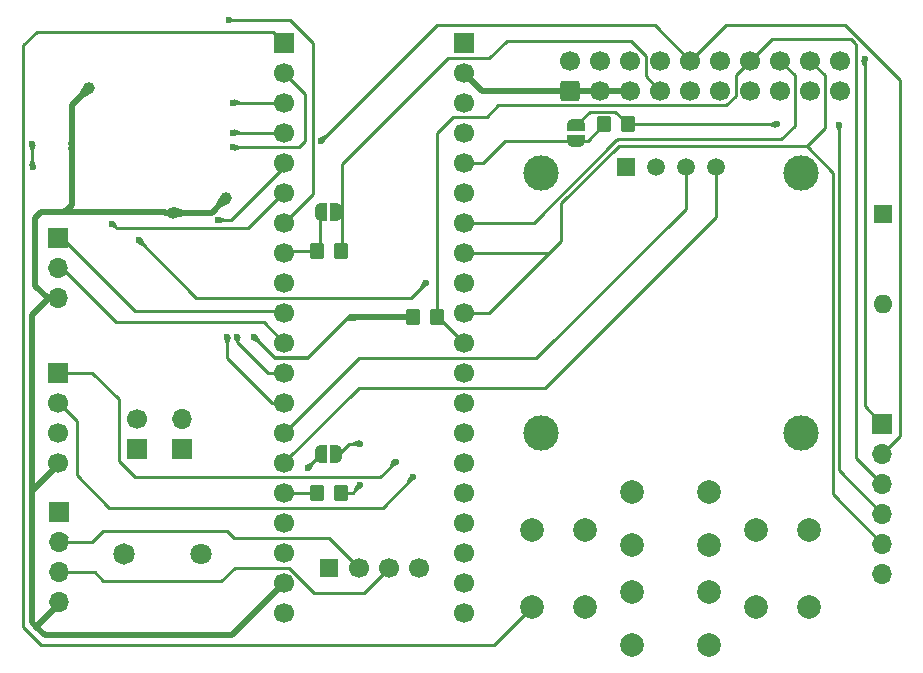
<source format=gbr>
%TF.GenerationSoftware,KiCad,Pcbnew,9.0.3*%
%TF.CreationDate,2025-08-20T09:57:48+02:00*%
%TF.ProjectId,sdiskII_stm32,73646973-6b49-4495-9f73-746d33322e6b,7*%
%TF.SameCoordinates,Original*%
%TF.FileFunction,Copper,L2,Bot*%
%TF.FilePolarity,Positive*%
%FSLAX46Y46*%
G04 Gerber Fmt 4.6, Leading zero omitted, Abs format (unit mm)*
G04 Created by KiCad (PCBNEW 9.0.3) date 2025-08-20 09:57:48*
%MOMM*%
%LPD*%
G01*
G04 APERTURE LIST*
G04 Aperture macros list*
%AMRoundRect*
0 Rectangle with rounded corners*
0 $1 Rounding radius*
0 $2 $3 $4 $5 $6 $7 $8 $9 X,Y pos of 4 corners*
0 Add a 4 corners polygon primitive as box body*
4,1,4,$2,$3,$4,$5,$6,$7,$8,$9,$2,$3,0*
0 Add four circle primitives for the rounded corners*
1,1,$1+$1,$2,$3*
1,1,$1+$1,$4,$5*
1,1,$1+$1,$6,$7*
1,1,$1+$1,$8,$9*
0 Add four rect primitives between the rounded corners*
20,1,$1+$1,$2,$3,$4,$5,0*
20,1,$1+$1,$4,$5,$6,$7,0*
20,1,$1+$1,$6,$7,$8,$9,0*
20,1,$1+$1,$8,$9,$2,$3,0*%
%AMFreePoly0*
4,1,23,0.500000,-0.750000,0.000000,-0.750000,0.000000,-0.745722,-0.065263,-0.745722,-0.191342,-0.711940,-0.304381,-0.646677,-0.396677,-0.554381,-0.461940,-0.441342,-0.495722,-0.315263,-0.495722,-0.250000,-0.500000,-0.250000,-0.500000,0.250000,-0.495722,0.250000,-0.495722,0.315263,-0.461940,0.441342,-0.396677,0.554381,-0.304381,0.646677,-0.191342,0.711940,-0.065263,0.745722,0.000000,0.745722,
0.000000,0.750000,0.500000,0.750000,0.500000,-0.750000,0.500000,-0.750000,$1*%
%AMFreePoly1*
4,1,23,0.000000,0.745722,0.065263,0.745722,0.191342,0.711940,0.304381,0.646677,0.396677,0.554381,0.461940,0.441342,0.495722,0.315263,0.495722,0.250000,0.500000,0.250000,0.500000,-0.250000,0.495722,-0.250000,0.495722,-0.315263,0.461940,-0.441342,0.396677,-0.554381,0.304381,-0.646677,0.191342,-0.711940,0.065263,-0.745722,0.000000,-0.745722,0.000000,-0.750000,-0.500000,-0.750000,
-0.500000,0.750000,0.000000,0.750000,0.000000,0.745722,0.000000,0.745722,$1*%
G04 Aperture macros list end*
%TA.AperFunction,ComponentPad*%
%ADD10RoundRect,0.250000X0.600000X-0.600000X0.600000X0.600000X-0.600000X0.600000X-0.600000X-0.600000X0*%
%TD*%
%TA.AperFunction,ComponentPad*%
%ADD11C,1.700000*%
%TD*%
%TA.AperFunction,ComponentPad*%
%ADD12R,1.600000X1.600000*%
%TD*%
%TA.AperFunction,ComponentPad*%
%ADD13O,1.600000X1.600000*%
%TD*%
%TA.AperFunction,ComponentPad*%
%ADD14R,1.700000X1.700000*%
%TD*%
%TA.AperFunction,ComponentPad*%
%ADD15O,1.700000X1.700000*%
%TD*%
%TA.AperFunction,ComponentPad*%
%ADD16C,2.000000*%
%TD*%
%TA.AperFunction,ComponentPad*%
%ADD17C,1.824000*%
%TD*%
%TA.AperFunction,ComponentPad*%
%ADD18C,1.800000*%
%TD*%
%TA.AperFunction,ComponentPad*%
%ADD19R,1.524000X1.524000*%
%TD*%
%TA.AperFunction,ComponentPad*%
%ADD20R,1.508000X1.508000*%
%TD*%
%TA.AperFunction,ComponentPad*%
%ADD21C,1.508000*%
%TD*%
%TA.AperFunction,ComponentPad*%
%ADD22C,3.000000*%
%TD*%
%TA.AperFunction,SMDPad,CuDef*%
%ADD23RoundRect,0.250000X0.350000X0.450000X-0.350000X0.450000X-0.350000X-0.450000X0.350000X-0.450000X0*%
%TD*%
%TA.AperFunction,SMDPad,CuDef*%
%ADD24FreePoly0,180.000000*%
%TD*%
%TA.AperFunction,SMDPad,CuDef*%
%ADD25FreePoly1,180.000000*%
%TD*%
%TA.AperFunction,SMDPad,CuDef*%
%ADD26FreePoly0,270.000000*%
%TD*%
%TA.AperFunction,SMDPad,CuDef*%
%ADD27FreePoly1,270.000000*%
%TD*%
%TA.AperFunction,ViaPad*%
%ADD28C,0.600000*%
%TD*%
%TA.AperFunction,ViaPad*%
%ADD29C,1.000000*%
%TD*%
%TA.AperFunction,Conductor*%
%ADD30C,0.500000*%
%TD*%
%TA.AperFunction,Conductor*%
%ADD31C,0.250000*%
%TD*%
%TA.AperFunction,Conductor*%
%ADD32C,0.300000*%
%TD*%
G04 APERTURE END LIST*
D10*
%TO.P,J2,1,Pin_1*%
%TO.N,GND*%
X178290000Y-92490000D03*
D11*
%TO.P,J2,2,Pin_2*%
%TO.N,STEP0*%
X178290000Y-89950000D03*
%TO.P,J2,3,Pin_3*%
%TO.N,GND*%
X180830000Y-92490000D03*
%TO.P,J2,4,Pin_4*%
%TO.N,STEP1*%
X180830000Y-89950000D03*
%TO.P,J2,5,Pin_5*%
%TO.N,GND*%
X183370000Y-92490000D03*
%TO.P,J2,6,Pin_6*%
%TO.N,STEP2*%
X183370000Y-89950000D03*
%TO.P,J2,7,Pin_7*%
%TO.N,3.5DSK_D*%
X185910000Y-92490000D03*
%TO.P,J2,8,Pin_8*%
%TO.N,STEP3*%
X185910000Y-89950000D03*
%TO.P,J2,9,Pin_9*%
%TO.N,unconnected-(J2-Pin_9-Pad9)*%
X188450000Y-92490000D03*
%TO.P,J2,10,Pin_10*%
%TO.N,WR_REQ*%
X188450000Y-89950000D03*
%TO.P,J2,11,Pin_11*%
%TO.N,VCC*%
X190990000Y-92490000D03*
%TO.P,J2,12,Pin_12*%
%TO.N,SELECT_D*%
X190990000Y-89950000D03*
%TO.P,J2,13,Pin_13*%
%TO.N,unconnected-(J2-Pin_13-Pad13)*%
X193530000Y-92490000D03*
%TO.P,J2,14,Pin_14*%
%TO.N,DEVICE_ENABLE*%
X193530000Y-89950000D03*
%TO.P,J2,15,Pin_15*%
%TO.N,unconnected-(J2-Pin_15-Pad15)*%
X196070000Y-92490000D03*
%TO.P,J2,16,Pin_16*%
%TO.N,RD_DATA*%
X196070000Y-89950000D03*
%TO.P,J2,17,Pin_17*%
%TO.N,unconnected-(J2-Pin_17-Pad17)*%
X198610000Y-92490000D03*
%TO.P,J2,18,Pin_18*%
%TO.N,WR_DATA*%
X198610000Y-89950000D03*
%TO.P,J2,19,Pin_19*%
%TO.N,unconnected-(J2-Pin_19-Pad19)*%
X201150000Y-92490000D03*
%TO.P,J2,20,Pin_20*%
%TO.N,WR_PROTECT_D*%
X201150000Y-89950000D03*
%TD*%
D12*
%TO.P,D1,1,K*%
%TO.N,PWR_RD*%
X204775000Y-102925000D03*
D13*
%TO.P,D1,2,A*%
%TO.N,Net-(D1-A)*%
X204775000Y-110545000D03*
%TD*%
D14*
%TO.P,J5,1,Pin_1*%
%TO.N,TIM2_CH3*%
X134880000Y-116370000D03*
D11*
%TO.P,J5,2,Pin_2*%
%TO.N,TIM3_CH4*%
X134880000Y-118910000D03*
%TO.P,J5,3,Pin_3*%
%TO.N,DEBUG*%
X134880000Y-121450000D03*
%TO.P,J5,4,Pin_4*%
%TO.N,GND*%
X134880000Y-123990000D03*
%TD*%
D14*
%TO.P,J3,1,Pin_1*%
%TO.N,RD_DATA*%
X204714746Y-120691427D03*
D15*
%TO.P,J3,2,Pin_2*%
%TO.N,WR_REQ*%
X204714746Y-123231427D03*
%TO.P,J3,3,Pin_3*%
%TO.N,DEVICE_ENABLE*%
X204714746Y-125771427D03*
%TO.P,J3,4,Pin_4*%
%TO.N,WR_PROTECT_D*%
X204714746Y-128311427D03*
%TO.P,J3,5,Pin_5*%
%TO.N,WR_DATA*%
X204714746Y-130851427D03*
%TO.P,J3,6,Pin_6*%
%TO.N,GND*%
X204714746Y-133391427D03*
%TD*%
D16*
%TO.P,UP1,1,1*%
%TO.N,+3.3V*%
X190040000Y-130950000D03*
X183540000Y-130950000D03*
%TO.P,UP1,2,2*%
%TO.N,BTN_UP*%
X190040000Y-126450000D03*
X183540000Y-126450000D03*
%TD*%
D17*
%TO.P,BZ1,1,+*%
%TO.N,TIM1_CH2N*%
X140500000Y-131750000D03*
D18*
%TO.P,BZ1,2,-*%
%TO.N,GND*%
X147000000Y-131750000D03*
%TD*%
D14*
%TO.P,J4,1,Pin_1*%
%TO.N,USART1_TX*%
X134910000Y-104975000D03*
D15*
%TO.P,J4,2,Pin_2*%
%TO.N,USART1_RX*%
X134910000Y-107515000D03*
%TO.P,J4,3,Pin_3*%
%TO.N,GND*%
X134910000Y-110055000D03*
%TD*%
D14*
%TO.P,\u03BCC1,1,B12*%
%TO.N,BTN_RET*%
X154050000Y-88440000D03*
D11*
%TO.P,\u03BCC1,2,B13*%
%TO.N,SD_EJECT*%
X154050000Y-90980000D03*
%TO.P,\u03BCC1,3,B14*%
%TO.N,TIM1_CH2N*%
X154050000Y-93520000D03*
%TO.P,\u03BCC1,4,B15*%
%TO.N,SDIO_CK*%
X154050000Y-96060000D03*
%TO.P,\u03BCC1,5,A8*%
%TO.N,SDIO_D1*%
X154050000Y-98600000D03*
%TO.P,\u03BCC1,6,A9*%
%TO.N,SDIO_D2*%
X154050000Y-101140000D03*
%TO.P,\u03BCC1,7,A10*%
%TO.N,DEBUG*%
X154050000Y-103680000D03*
%TO.P,\u03BCC1,8,A11*%
%TO.N,3.5DSK*%
X154050000Y-106220000D03*
%TO.P,\u03BCC1,9,A12*%
%TO.N,unconnected-(\u03BCC1-A12-Pad9)*%
X154050000Y-108760000D03*
%TO.P,\u03BCC1,10,A15*%
%TO.N,USART1_TX*%
X154050000Y-111300000D03*
%TO.P,\u03BCC1,11,B3*%
%TO.N,USART1_RX*%
X154050000Y-113840000D03*
%TO.P,\u03BCC1,12,B4*%
%TO.N,SDIO_DO*%
X154050000Y-116380000D03*
%TO.P,\u03BCC1,13,B5*%
%TO.N,SDIO_D3*%
X154050000Y-118920000D03*
%TO.P,\u03BCC1,14,B6*%
%TO.N,I2C_SCL*%
X154050000Y-121460000D03*
%TO.P,\u03BCC1,15,B7*%
%TO.N,I2C_SDA*%
X154050000Y-124000000D03*
%TO.P,\u03BCC1,16,B8*%
%TO.N,SELECT*%
X154050000Y-126540000D03*
%TO.P,\u03BCC1,17,B9*%
%TO.N,WR_REQ*%
X154050000Y-129080000D03*
%TO.P,\u03BCC1,18,5Vi*%
%TO.N,PWR_5VIN*%
X154050000Y-131620000D03*
%TO.P,\u03BCC1,19,GNDi*%
%TO.N,GND*%
X154050000Y-134160000D03*
%TO.P,\u03BCC1,20,3.3i*%
%TO.N,+3.3V*%
X154050000Y-136700000D03*
%TO.P,\u03BCC1,21,VB*%
%TO.N,unconnected-(\u03BCC1-VB-Pad21)*%
X169290000Y-136700000D03*
%TO.P,\u03BCC1,22,C13*%
%TO.N,BTN_DOWN*%
X169290000Y-134160000D03*
%TO.P,\u03BCC1,23,C14*%
%TO.N,BTN_UP*%
X169290000Y-131620000D03*
%TO.P,\u03BCC1,24,C15*%
%TO.N,BTN_ENTR*%
X169290000Y-129080000D03*
%TO.P,\u03BCC1,25,R*%
%TO.N,unconnected-(\u03BCC1-R-Pad25)*%
X169290000Y-126540000D03*
%TO.P,\u03BCC1,26,A0*%
%TO.N,STEP0*%
X169290000Y-124000000D03*
%TO.P,\u03BCC1,27,A1*%
%TO.N,STEP1*%
X169290000Y-121460000D03*
%TO.P,\u03BCC1,28,A2*%
%TO.N,STEP2*%
X169290000Y-118920000D03*
%TO.P,\u03BCC1,29,A3*%
%TO.N,STEP3*%
X169290000Y-116380000D03*
%TO.P,\u03BCC1,30,A4*%
%TO.N,DEVICE_ENABLE*%
X169290000Y-113840000D03*
%TO.P,\u03BCC1,31,A5*%
%TO.N,WR_DATA*%
X169290000Y-111300000D03*
%TO.P,\u03BCC1,32,A6*%
%TO.N,SDIO_CMD*%
X169290000Y-108760000D03*
%TO.P,\u03BCC1,33,A7*%
%TO.N,WR_DATA*%
X169290000Y-106220000D03*
%TO.P,\u03BCC1,34,B0*%
%TO.N,RD_DATA*%
X169290000Y-103680000D03*
%TO.P,\u03BCC1,35,B1*%
%TO.N,TIM3_CH4*%
X169290000Y-101140000D03*
%TO.P,\u03BCC1,36,B2*%
%TO.N,WR_PROTECT*%
X169290000Y-98600000D03*
%TO.P,\u03BCC1,37,B10*%
%TO.N,TIM2_CH3*%
X169290000Y-96060000D03*
%TO.P,\u03BCC1,38,3.3ii*%
%TO.N,unconnected-(\u03BCC1-3.3ii-Pad38)*%
X169290000Y-93520000D03*
%TO.P,\u03BCC1,39,GNDii*%
%TO.N,GND*%
X169290000Y-90980000D03*
D14*
%TO.P,\u03BCC1,40,5Vii*%
%TO.N,unconnected-(\u03BCC1-5Vii-Pad40)*%
X169290000Y-88440000D03*
D19*
%TO.P,\u03BCC1,41,3.3V*%
%TO.N,+3.3V*%
X157860000Y-132890000D03*
D11*
%TO.P,\u03BCC1,42,SDIO*%
%TO.N,SDIO*%
X160400000Y-132890000D03*
%TO.P,\u03BCC1,43,SCK*%
%TO.N,SCK*%
X162940000Y-132890000D03*
%TO.P,\u03BCC1,44,GND*%
%TO.N,GND*%
X165480000Y-132890000D03*
%TD*%
D14*
%TO.P,J1,1,Pin_1*%
%TO.N,PWR_5VIN*%
X145455000Y-122850000D03*
D15*
%TO.P,J1,2,Pin_2*%
%TO.N,PWR_RD*%
X145455000Y-120310000D03*
%TD*%
D16*
%TO.P,ENTR1,1,1*%
%TO.N,+3.3V*%
X198540000Y-129700000D03*
X198540000Y-136200000D03*
%TO.P,ENTR1,2,2*%
%TO.N,BTN_ENTR*%
X194040000Y-129700000D03*
X194040000Y-136200000D03*
%TD*%
D14*
%TO.P,J6,1,Pin_1*%
%TO.N,+3.3V*%
X135000000Y-128180000D03*
D15*
%TO.P,J6,2,Pin_2*%
%TO.N,SDIO*%
X135000000Y-130720000D03*
%TO.P,J6,3,Pin_3*%
%TO.N,SCK*%
X135000000Y-133260000D03*
%TO.P,J6,4,Pin_4*%
%TO.N,GND*%
X135000000Y-135800000D03*
%TD*%
D20*
%TO.P,U8,1,GND*%
%TO.N,GND*%
X182980000Y-98950000D03*
D21*
%TO.P,U8,2,VCC_IN*%
%TO.N,+3.3V*%
X185520000Y-98950000D03*
%TO.P,U8,3,SCL*%
%TO.N,I2C_SCL*%
X188060000Y-98950000D03*
%TO.P,U8,4,SDA*%
%TO.N,I2C_SDA*%
X190600000Y-98950000D03*
D22*
%TO.P,U8,S1*%
%TO.N,N/C*%
X175790000Y-99450000D03*
%TO.P,U8,S2*%
X197790000Y-99450000D03*
%TO.P,U8,S3*%
X197790000Y-121450000D03*
%TO.P,U8,S4*%
X175790000Y-121450000D03*
%TD*%
D16*
%TO.P,RET1,1,1*%
%TO.N,+3.3V*%
X179540000Y-129700000D03*
X179540000Y-136200000D03*
%TO.P,RET1,2,2*%
%TO.N,BTN_RET*%
X175040000Y-129700000D03*
X175040000Y-136200000D03*
%TD*%
D14*
%TO.P,J7,1,Pin_1*%
%TO.N,+3.3V*%
X141590000Y-122850000D03*
D11*
%TO.P,J7,2,Pin_2*%
%TO.N,Net-(J7-Pin_2)*%
X141590000Y-120310000D03*
%TD*%
D16*
%TO.P,DOWN1,1,1*%
%TO.N,+3.3V*%
X183540000Y-134950000D03*
X190040000Y-134950000D03*
%TO.P,DOWN1,2,2*%
%TO.N,BTN_DOWN*%
X183540000Y-139450000D03*
X190040000Y-139450000D03*
%TD*%
D23*
%TO.P,R5,1*%
%TO.N,DEVICE_ENABLE*%
X167000000Y-111690000D03*
%TO.P,R5,2*%
%TO.N,PWR_RD*%
X165000000Y-111690000D03*
%TD*%
%TO.P,R3,1*%
%TO.N,SELECT_D*%
X158850000Y-126550000D03*
%TO.P,R3,2*%
%TO.N,SELECT*%
X156850000Y-126550000D03*
%TD*%
%TO.P,R1,1*%
%TO.N,WR_PROTECT_D*%
X183160000Y-95360000D03*
%TO.P,R1,2*%
%TO.N,WR_PROTECT*%
X181160000Y-95360000D03*
%TD*%
D24*
%TO.P,BPR2,1,A*%
%TO.N,3.5DSK_D*%
X158480000Y-102790000D03*
D25*
%TO.P,BPR2,2,B*%
%TO.N,3.5DSK*%
X157180000Y-102790000D03*
%TD*%
D23*
%TO.P,R2,1*%
%TO.N,3.5DSK_D*%
X158840000Y-106070000D03*
%TO.P,R2,2*%
%TO.N,3.5DSK*%
X156840000Y-106070000D03*
%TD*%
D24*
%TO.P,BPR3,1,A*%
%TO.N,SELECT_D*%
X158490000Y-123300000D03*
D25*
%TO.P,BPR3,2,B*%
%TO.N,SELECT*%
X157190000Y-123300000D03*
%TD*%
D26*
%TO.P,BPR1,1,A*%
%TO.N,WR_PROTECT_D*%
X178800000Y-95430000D03*
D27*
%TO.P,BPR1,2,B*%
%TO.N,WR_PROTECT*%
X178800000Y-96730000D03*
%TD*%
D28*
%TO.N,GND*%
X136090000Y-97200000D03*
D29*
X144640000Y-102820000D03*
X137540000Y-92250000D03*
X149170000Y-101600000D03*
D28*
%TO.N,WR_REQ*%
X157190000Y-96750000D03*
%TO.N,RD_DATA*%
X203224000Y-89850000D03*
%TO.N,SDIO_DO*%
X150110000Y-113320000D03*
%TO.N,SD_EJECT*%
X149760000Y-97285000D03*
%TO.N,SDIO_CK*%
X149760000Y-96060000D03*
%TO.N,SDIO_D1*%
X148454766Y-103445000D03*
%TO.N,SDIO_CMD*%
X141740000Y-105170000D03*
X166040000Y-108760000D03*
%TO.N,SDIO_D2*%
X139500000Y-103750000D03*
%TO.N,SDIO_D3*%
X149260060Y-113330365D03*
%TO.N,DEBUG*%
X132769798Y-98934798D03*
X149390000Y-86500000D03*
X132742702Y-97052702D03*
%TO.N,TIM3_CH4*%
X164940000Y-125250000D03*
%TO.N,SELECT*%
X156090000Y-124430000D03*
%TO.N,TIM1_CH2N*%
X149760000Y-93520000D03*
%TO.N,TIM2_CH3*%
X163490000Y-123900000D03*
%TO.N,PWR_RD*%
X151500000Y-113320000D03*
X159825000Y-111680000D03*
%TO.N,SELECT_D*%
X160500000Y-122380000D03*
X160500000Y-125925000D03*
%TO.N,WR_PROTECT_D*%
X201041000Y-95370000D03*
X195790000Y-95360000D03*
%TD*%
D30*
%TO.N,GND*%
X132715000Y-111475000D02*
X134135000Y-110055000D01*
X132990000Y-103300000D02*
X132990000Y-109000000D01*
X136090000Y-93700000D02*
X137540000Y-92250000D01*
X178290000Y-92490000D02*
X180830000Y-92490000D01*
X134045000Y-110055000D02*
X135240000Y-110055000D01*
X170800000Y-92490000D02*
X169290000Y-90980000D01*
X144640000Y-102820000D02*
X144670000Y-102850000D01*
X135440000Y-102800000D02*
X133490000Y-102800000D01*
X133090000Y-137900000D02*
X132715000Y-137525000D01*
X136090000Y-97200000D02*
X136090000Y-102150000D01*
X143940000Y-102800000D02*
X135440000Y-102800000D01*
X136090000Y-97200000D02*
X136090000Y-93700000D01*
X154050000Y-134160000D02*
X149610000Y-138600000D01*
X132715000Y-126750000D02*
X132715000Y-111475000D01*
X144640000Y-102820000D02*
X143960000Y-102820000D01*
X132990000Y-109000000D02*
X134045000Y-110055000D01*
X144670000Y-102850000D02*
X147920000Y-102850000D01*
X178290000Y-92490000D02*
X170800000Y-92490000D01*
X132715000Y-126405000D02*
X132715000Y-126750000D01*
X133090000Y-137900000D02*
X135190000Y-135800000D01*
X180830000Y-92490000D02*
X183370000Y-92490000D01*
X132715000Y-137525000D02*
X132715000Y-126750000D01*
X134135000Y-110055000D02*
X135240000Y-110055000D01*
X133490000Y-102800000D02*
X132990000Y-103300000D01*
X136090000Y-102150000D02*
X135440000Y-102800000D01*
X143960000Y-102820000D02*
X143940000Y-102800000D01*
X135000000Y-124120000D02*
X132715000Y-126405000D01*
X149610000Y-138600000D02*
X133790000Y-138600000D01*
X133790000Y-138600000D02*
X133090000Y-137900000D01*
X147920000Y-102850000D02*
X149170000Y-101600000D01*
D31*
%TO.N,3.5DSK*%
X157100000Y-103120000D02*
X157100000Y-105810000D01*
X156670000Y-106090000D02*
X154180000Y-106090000D01*
X157100000Y-105810000D02*
X156840000Y-106070000D01*
X154180000Y-106090000D02*
X154050000Y-106220000D01*
X157450000Y-102770000D02*
X157100000Y-103120000D01*
%TO.N,WR_REQ*%
X201547106Y-86950000D02*
X206175000Y-91577894D01*
X191450000Y-86950000D02*
X201547106Y-86950000D01*
X188450000Y-89950000D02*
X191450000Y-86950000D01*
X206175000Y-91577894D02*
X206175000Y-121771173D01*
X166990000Y-86950000D02*
X185450000Y-86950000D01*
X185450000Y-86950000D02*
X188450000Y-89950000D01*
X206175000Y-121771173D02*
X204714746Y-123231427D01*
X157190000Y-96750000D02*
X166990000Y-86950000D01*
%TO.N,WR_PROTECT*%
X170920000Y-98600000D02*
X172790000Y-96730000D01*
X170920000Y-98600000D02*
X169290000Y-98600000D01*
X172790000Y-96730000D02*
X178800000Y-96730000D01*
X179790000Y-96730000D02*
X181160000Y-95360000D01*
X178800000Y-96730000D02*
X179790000Y-96730000D01*
%TO.N,BTN_RET*%
X131990000Y-137950000D02*
X133440000Y-139400000D01*
X171840000Y-139400000D02*
X175040000Y-136200000D01*
X133440000Y-139400000D02*
X171840000Y-139400000D01*
X153110000Y-87500000D02*
X133100000Y-87500000D01*
X133100000Y-87500000D02*
X131990000Y-88610000D01*
X131990000Y-88610000D02*
X131990000Y-137950000D01*
X154050000Y-88440000D02*
X153110000Y-87500000D01*
%TO.N,WR_DATA*%
X199835000Y-91175000D02*
X198610000Y-89950000D01*
X198300000Y-97200000D02*
X199835000Y-95665000D01*
X176520000Y-106220000D02*
X171440000Y-111300000D01*
X200540000Y-126676681D02*
X204714746Y-130851427D01*
X170040000Y-106200000D02*
X169514000Y-106726000D01*
X171440000Y-111300000D02*
X169290000Y-111300000D01*
X176520000Y-106220000D02*
X177540000Y-105200000D01*
X200540000Y-99440000D02*
X200540000Y-126676681D01*
X177540000Y-102050000D02*
X182390000Y-97200000D01*
X177540000Y-105200000D02*
X177540000Y-102050000D01*
X199835000Y-95665000D02*
X199835000Y-91175000D01*
X182390000Y-97200000D02*
X198300000Y-97200000D01*
X169985592Y-106200000D02*
X169647796Y-105862204D01*
X170040000Y-106200000D02*
X169985592Y-106200000D01*
X176520000Y-106220000D02*
X169290000Y-106220000D01*
X198300000Y-97200000D02*
X200540000Y-99440000D01*
%TO.N,RD_DATA*%
X182182479Y-96699000D02*
X175201479Y-103680000D01*
X197295000Y-95485000D02*
X196150000Y-96630000D01*
X196070000Y-89950000D02*
X197295000Y-91175000D01*
X203224000Y-119200681D02*
X204714746Y-120691427D01*
X182300000Y-96630000D02*
X182231000Y-96699000D01*
X203224000Y-89850000D02*
X203224000Y-119200681D01*
X197295000Y-91175000D02*
X197295000Y-95485000D01*
X175201479Y-103680000D02*
X169290000Y-103680000D01*
X168594408Y-103700000D02*
X168932204Y-104037796D01*
X182231000Y-96699000D02*
X182182479Y-96699000D01*
X196150000Y-96630000D02*
X182300000Y-96630000D01*
%TO.N,SDIO_DO*%
X150110000Y-113810000D02*
X152680000Y-116380000D01*
X150110000Y-113320000D02*
X150110000Y-113810000D01*
X152680000Y-116380000D02*
X154050000Y-116380000D01*
%TO.N,SD_EJECT*%
X155840000Y-92770000D02*
X154050000Y-90980000D01*
X155305000Y-97285000D02*
X155840000Y-96750000D01*
X155840000Y-96750000D02*
X155840000Y-92770000D01*
X149600000Y-97285000D02*
X155305000Y-97285000D01*
%TO.N,SDIO_CK*%
X149650000Y-96060000D02*
X154050000Y-96060000D01*
%TO.N,I2C_SDA*%
X190600000Y-98950000D02*
X190600000Y-103190000D01*
X160370000Y-117650000D02*
X154050000Y-123970000D01*
X154050000Y-123970000D02*
X154050000Y-124000000D01*
X176140000Y-117650000D02*
X160370000Y-117650000D01*
X190600000Y-103190000D02*
X176140000Y-117650000D01*
%TO.N,USART1_RX*%
X139855000Y-112130000D02*
X152340000Y-112130000D01*
X135240000Y-107515000D02*
X139855000Y-112130000D01*
X152340000Y-112130000D02*
X154050000Y-113840000D01*
X134910000Y-107515000D02*
X135240000Y-107515000D01*
%TO.N,I2C_SCL*%
X188060000Y-102480000D02*
X175415000Y-115125000D01*
X160385000Y-115125000D02*
X154050000Y-121460000D01*
X175415000Y-115125000D02*
X160385000Y-115125000D01*
X188060000Y-98950000D02*
X188060000Y-102480000D01*
%TO.N,USART1_TX*%
X141405000Y-111140000D02*
X153890000Y-111140000D01*
X134910000Y-104975000D02*
X135240000Y-104975000D01*
X135240000Y-104975000D02*
X141405000Y-111140000D01*
X153890000Y-111140000D02*
X154050000Y-111300000D01*
%TO.N,SDIO_D1*%
X149580000Y-103460000D02*
X154050000Y-98990000D01*
X148469766Y-103460000D02*
X149580000Y-103460000D01*
X148454766Y-103445000D02*
X148469766Y-103460000D01*
%TO.N,SDIO_CMD*%
X141740000Y-105170000D02*
X146595000Y-110025000D01*
X164775000Y-110025000D02*
X166040000Y-108760000D01*
X146595000Y-110025000D02*
X164775000Y-110025000D01*
%TO.N,SDIO_D2*%
X151020000Y-104120000D02*
X154000000Y-101140000D01*
X154000000Y-101140000D02*
X154050000Y-101140000D01*
X139870000Y-104120000D02*
X151020000Y-104120000D01*
X139500000Y-103750000D02*
X139870000Y-104120000D01*
%TO.N,SDIO_D3*%
X149260060Y-113330365D02*
X149260000Y-113330425D01*
X149260000Y-115120000D02*
X153060000Y-118920000D01*
X153060000Y-118920000D02*
X154050000Y-118920000D01*
X149260000Y-113330425D02*
X149260000Y-115120000D01*
%TO.N,DEBUG*%
X154050000Y-103680000D02*
X156515000Y-101215000D01*
X132742702Y-97052702D02*
X132750000Y-97060000D01*
X132750000Y-97060000D02*
X132750000Y-98915000D01*
X132750000Y-98915000D02*
X132769798Y-98934798D01*
X156515000Y-101215000D02*
X156515000Y-88488883D01*
X154526117Y-86500000D02*
X149390000Y-86500000D01*
X156515000Y-88488883D02*
X154526117Y-86500000D01*
%TO.N,TIM3_CH4*%
X136510000Y-125070000D02*
X136510000Y-120480000D01*
X136510000Y-120480000D02*
X135240000Y-119210000D01*
X139240000Y-127800000D02*
X136510000Y-125070000D01*
X162390000Y-127800000D02*
X139240000Y-127800000D01*
X164940000Y-125250000D02*
X162390000Y-127800000D01*
%TO.N,SELECT*%
X156850000Y-126550000D02*
X154060000Y-126550000D01*
X156090000Y-124430000D02*
X156090000Y-124400000D01*
X156090000Y-124400000D02*
X157190000Y-123300000D01*
X154060000Y-126550000D02*
X154050000Y-126540000D01*
X156090000Y-124430000D02*
X156235000Y-124430000D01*
%TO.N,DEVICE_ENABLE*%
X202040000Y-88150000D02*
X202380000Y-88490000D01*
X195330000Y-88150000D02*
X202040000Y-88150000D01*
X171200000Y-94750000D02*
X168340000Y-94750000D01*
X202040000Y-88150000D02*
X202520000Y-88630000D01*
X202520000Y-88630000D02*
X202520000Y-123576681D01*
X202520000Y-123576681D02*
X204714746Y-125771427D01*
X167020000Y-96070000D02*
X167020000Y-111570000D01*
X191490000Y-93750000D02*
X172200000Y-93750000D01*
X192290000Y-92950000D02*
X191490000Y-93750000D01*
X193530000Y-89950000D02*
X192290000Y-91190000D01*
X168340000Y-94750000D02*
X167020000Y-96070000D01*
X192290000Y-91190000D02*
X192290000Y-92950000D01*
X167020000Y-111570000D02*
X169290000Y-113840000D01*
X193530000Y-89950000D02*
X195330000Y-88150000D01*
X172200000Y-93750000D02*
X171200000Y-94750000D01*
%TO.N,TIM1_CH2N*%
X154050000Y-93520000D02*
X149760000Y-93520000D01*
%TO.N,TIM2_CH3*%
X135540000Y-116370000D02*
X135240000Y-116670000D01*
X163490000Y-123900000D02*
X162140000Y-125250000D01*
X140075000Y-123875000D02*
X140075000Y-118645000D01*
X140075000Y-118645000D02*
X137800000Y-116370000D01*
X162140000Y-125250000D02*
X141450000Y-125250000D01*
X141450000Y-125250000D02*
X140075000Y-123875000D01*
X137800000Y-116370000D02*
X135540000Y-116370000D01*
%TO.N,SCK*%
X138750000Y-134000000D02*
X138010000Y-133260000D01*
X135515000Y-132935000D02*
X135190000Y-133260000D01*
X156622412Y-135000000D02*
X154497412Y-132875000D01*
X162940000Y-132890000D02*
X160830000Y-135000000D01*
X160830000Y-135000000D02*
X156622412Y-135000000D01*
X149875000Y-132875000D02*
X148750000Y-134000000D01*
X138010000Y-133260000D02*
X135240000Y-133260000D01*
X154497412Y-132875000D02*
X149875000Y-132875000D01*
X148750000Y-134000000D02*
X138750000Y-134000000D01*
%TO.N,SDIO*%
X138750000Y-129750000D02*
X137780000Y-130720000D01*
X149250000Y-129750000D02*
X138750000Y-129750000D01*
X160400000Y-132890000D02*
X157860000Y-130350000D01*
X135240000Y-130720000D02*
X135655000Y-130305000D01*
X149850000Y-130350000D02*
X149250000Y-129750000D01*
X157860000Y-130350000D02*
X149850000Y-130350000D01*
X135605000Y-130305000D02*
X135190000Y-130720000D01*
X137780000Y-130720000D02*
X135240000Y-130720000D01*
D30*
%TO.N,PWR_RD*%
X164990000Y-111680000D02*
X165000000Y-111690000D01*
D32*
X151500000Y-113320000D02*
X153290000Y-115110000D01*
X159540000Y-111680000D02*
X159825000Y-111680000D01*
X159210000Y-112010000D02*
X159540000Y-111680000D01*
X159200000Y-112010000D02*
X159210000Y-112010000D01*
X153290000Y-115110000D02*
X156100000Y-115110000D01*
X156100000Y-115110000D02*
X159200000Y-112010000D01*
D30*
X159825000Y-111680000D02*
X164990000Y-111680000D01*
D31*
%TO.N,SELECT_D*%
X158490000Y-123300000D02*
X158670000Y-123300000D01*
X158490000Y-123330000D02*
X158490000Y-123300000D01*
X159590000Y-122380000D02*
X160500000Y-122380000D01*
X158490000Y-123330000D02*
X158480000Y-123340000D01*
X158670000Y-123300000D02*
X159590000Y-122380000D01*
X159875000Y-126550000D02*
X158850000Y-126550000D01*
X160500000Y-125925000D02*
X159875000Y-126550000D01*
%TO.N,3.5DSK_D*%
X172900000Y-88300000D02*
X171446000Y-89754000D01*
X184685000Y-91265000D02*
X184685000Y-89532588D01*
X184685000Y-89532588D02*
X183452412Y-88300000D01*
X158540000Y-102850000D02*
X158540000Y-102870000D01*
X183452412Y-88300000D02*
X172900000Y-88300000D01*
X185910000Y-92490000D02*
X184685000Y-91265000D01*
X158550000Y-102720000D02*
X158950000Y-102720000D01*
X158950000Y-98750000D02*
X158950000Y-102720000D01*
X158950000Y-102720000D02*
X158950000Y-105810000D01*
X158950000Y-105810000D02*
X158670000Y-106090000D01*
X167946000Y-89754000D02*
X158950000Y-98750000D01*
X171446000Y-89754000D02*
X167946000Y-89754000D01*
X158480000Y-102790000D02*
X158550000Y-102720000D01*
%TO.N,WR_PROTECT_D*%
X183160000Y-95360000D02*
X182084000Y-94284000D01*
X201041000Y-124637681D02*
X204714746Y-128311427D01*
X179946000Y-94284000D02*
X178800000Y-95430000D01*
X201041000Y-95370000D02*
X201041000Y-124637681D01*
X182084000Y-94284000D02*
X179946000Y-94284000D01*
X195790000Y-95360000D02*
X183160000Y-95360000D01*
%TD*%
%TA.AperFunction,Conductor*%
%TO.N,GND*%
G36*
X137134014Y-91978730D02*
G01*
X137134657Y-91979129D01*
X137538749Y-92247990D01*
X137542009Y-92251250D01*
X137810870Y-92655342D01*
X137812600Y-92664128D01*
X137807610Y-92671564D01*
X137806967Y-92671963D01*
X137024234Y-93122616D01*
X137015354Y-93123774D01*
X137010123Y-93120749D01*
X136669250Y-92779876D01*
X136665823Y-92771603D01*
X136667382Y-92765768D01*
X137118038Y-91983030D01*
X137125134Y-91977572D01*
X137134014Y-91978730D01*
G37*
%TD.AperFunction*%
%TD*%
%TA.AperFunction,Conductor*%
%TO.N,GND*%
G36*
X136374039Y-97256464D02*
G01*
X136381468Y-97261464D01*
X136383379Y-97268895D01*
X136340887Y-97783499D01*
X136336791Y-97791462D01*
X136329227Y-97794236D01*
X135850773Y-97794236D01*
X135842500Y-97790809D01*
X135839113Y-97783499D01*
X135796620Y-97268895D01*
X135799354Y-97260368D01*
X135805959Y-97256464D01*
X136087682Y-97199469D01*
X136092318Y-97199469D01*
X136374039Y-97256464D01*
G37*
%TD.AperFunction*%
%TD*%
%TA.AperFunction,Conductor*%
%TO.N,GND*%
G36*
X136337500Y-96609191D02*
G01*
X136340887Y-96616501D01*
X136383379Y-97131104D01*
X136380645Y-97139631D01*
X136374039Y-97143535D01*
X136092320Y-97200530D01*
X136087680Y-97200530D01*
X135805960Y-97143535D01*
X135798531Y-97138535D01*
X135796620Y-97131104D01*
X135839113Y-96616501D01*
X135843209Y-96608538D01*
X135850773Y-96605764D01*
X136329227Y-96605764D01*
X136337500Y-96609191D01*
G37*
%TD.AperFunction*%
%TD*%
%TA.AperFunction,Conductor*%
%TO.N,GND*%
G36*
X144368697Y-102414161D02*
G01*
X144369692Y-102415446D01*
X144636350Y-102814192D01*
X144638100Y-102822974D01*
X144636339Y-102827215D01*
X144367638Y-103227652D01*
X144360183Y-103232613D01*
X144353280Y-103231872D01*
X144108681Y-103126126D01*
X143779030Y-102983609D01*
X143772797Y-102977182D01*
X143772935Y-102968228D01*
X143775398Y-102964601D01*
X144116550Y-102623449D01*
X144116999Y-102623024D01*
X144352178Y-102413218D01*
X144360632Y-102410269D01*
X144368697Y-102414161D01*
G37*
%TD.AperFunction*%
%TD*%
%TA.AperFunction,Conductor*%
%TO.N,GND*%
G36*
X144749864Y-102333337D02*
G01*
X145622085Y-102597484D01*
X145629009Y-102603161D01*
X145630393Y-102608681D01*
X145630393Y-103090736D01*
X145626966Y-103099009D01*
X145621377Y-103102124D01*
X144749317Y-103307618D01*
X144740478Y-103306180D01*
X144735245Y-103298914D01*
X144735162Y-103298535D01*
X144639463Y-102822305D01*
X144639463Y-102817695D01*
X144735008Y-102342229D01*
X144739997Y-102334796D01*
X144748783Y-102333066D01*
X144749864Y-102333337D01*
G37*
%TD.AperFunction*%
%TD*%
%TA.AperFunction,Conductor*%
%TO.N,GND*%
G36*
X148764014Y-101328730D02*
G01*
X148764657Y-101329129D01*
X149168749Y-101597990D01*
X149172009Y-101601250D01*
X149440870Y-102005342D01*
X149442600Y-102014128D01*
X149437610Y-102021564D01*
X149436967Y-102021963D01*
X148654234Y-102472616D01*
X148645354Y-102473774D01*
X148640123Y-102470749D01*
X148299250Y-102129876D01*
X148295823Y-102121603D01*
X148297382Y-102115768D01*
X148748038Y-101333030D01*
X148755134Y-101327572D01*
X148764014Y-101328730D01*
G37*
%TD.AperFunction*%
%TD*%
%TA.AperFunction,Conductor*%
%TO.N,WR_REQ*%
G36*
X157527861Y-96247486D02*
G01*
X157692513Y-96412138D01*
X157695940Y-96420411D01*
X157694621Y-96425808D01*
X157445444Y-96905123D01*
X157438587Y-96910883D01*
X157429666Y-96910107D01*
X157428595Y-96909475D01*
X157191265Y-96752015D01*
X157187984Y-96748734D01*
X157030524Y-96511404D01*
X157028805Y-96502616D01*
X157033805Y-96495187D01*
X157034859Y-96494564D01*
X157514193Y-96245377D01*
X157523112Y-96244602D01*
X157527861Y-96247486D01*
G37*
%TD.AperFunction*%
%TD*%
%TA.AperFunction,Conductor*%
%TO.N,RD_DATA*%
G36*
X203505479Y-89905946D02*
G01*
X203512907Y-89910945D01*
X203514626Y-89919733D01*
X203514315Y-89920937D01*
X203351583Y-90436060D01*
X203345823Y-90442917D01*
X203340426Y-90444236D01*
X203107574Y-90444236D01*
X203099301Y-90440809D01*
X203096417Y-90436060D01*
X202933684Y-89920937D01*
X202934460Y-89912016D01*
X202941317Y-89906256D01*
X202942500Y-89905950D01*
X203221682Y-89849469D01*
X203226318Y-89849469D01*
X203505479Y-89905946D01*
G37*
%TD.AperFunction*%
%TD*%
%TA.AperFunction,Conductor*%
%TO.N,SDIO_DO*%
G36*
X150391444Y-113375958D02*
G01*
X150398879Y-113380946D01*
X150400610Y-113389732D01*
X150400292Y-113390964D01*
X150272956Y-113792598D01*
X150270076Y-113797335D01*
X150106957Y-113960454D01*
X150098684Y-113963881D01*
X150090411Y-113960454D01*
X150088151Y-113957275D01*
X150010801Y-113797335D01*
X149864977Y-113495806D01*
X149864460Y-113486866D01*
X149868976Y-113481006D01*
X150105243Y-113322017D01*
X150114019Y-113320242D01*
X150391444Y-113375958D01*
G37*
%TD.AperFunction*%
%TD*%
%TA.AperFunction,Conductor*%
%TO.N,SD_EJECT*%
G36*
X149830929Y-96994681D02*
G01*
X150346060Y-97157417D01*
X150352917Y-97163177D01*
X150354236Y-97168574D01*
X150354236Y-97401425D01*
X150350809Y-97409698D01*
X150346060Y-97412582D01*
X149830937Y-97575315D01*
X149822016Y-97574539D01*
X149816256Y-97567682D01*
X149815949Y-97566494D01*
X149759469Y-97287318D01*
X149759469Y-97282680D01*
X149782554Y-97168574D01*
X149815946Y-97003518D01*
X149820945Y-96996092D01*
X149829733Y-96994373D01*
X149830929Y-96994681D01*
G37*
%TD.AperFunction*%
%TD*%
%TA.AperFunction,Conductor*%
%TO.N,SDIO_CK*%
G36*
X149830929Y-95769681D02*
G01*
X150346060Y-95932417D01*
X150352917Y-95938177D01*
X150354236Y-95943574D01*
X150354236Y-96176425D01*
X150350809Y-96184698D01*
X150346060Y-96187582D01*
X149830937Y-96350315D01*
X149822016Y-96349539D01*
X149816256Y-96342682D01*
X149815949Y-96341494D01*
X149759469Y-96062318D01*
X149759469Y-96057680D01*
X149782554Y-95943574D01*
X149815946Y-95778518D01*
X149820945Y-95771092D01*
X149829733Y-95769373D01*
X149830929Y-95769681D01*
G37*
%TD.AperFunction*%
%TD*%
%TA.AperFunction,Conductor*%
%TO.N,SDIO_D1*%
G36*
X148525918Y-103155106D02*
G01*
X148595406Y-103179003D01*
X149041108Y-103332285D01*
X149047816Y-103338215D01*
X149049002Y-103343348D01*
X149049002Y-103576193D01*
X149045575Y-103584466D01*
X149040539Y-103587436D01*
X148525482Y-103735726D01*
X148516584Y-103734722D01*
X148511002Y-103727720D01*
X148510780Y-103726818D01*
X148454235Y-103447318D01*
X148454235Y-103442680D01*
X148474331Y-103343348D01*
X148510645Y-103163848D01*
X148515645Y-103156421D01*
X148524433Y-103154702D01*
X148525918Y-103155106D01*
G37*
%TD.AperFunction*%
%TD*%
%TA.AperFunction,Conductor*%
%TO.N,SDIO_CMD*%
G36*
X141994812Y-105013805D02*
G01*
X141995444Y-105014876D01*
X142244621Y-105494191D01*
X142245397Y-105503112D01*
X142242513Y-105507861D01*
X142077861Y-105672513D01*
X142069588Y-105675940D01*
X142064191Y-105674621D01*
X141584876Y-105425444D01*
X141579116Y-105418587D01*
X141579892Y-105409666D01*
X141580516Y-105408607D01*
X141737985Y-105171263D01*
X141741263Y-105167985D01*
X141978596Y-105010523D01*
X141987383Y-105008805D01*
X141994812Y-105013805D01*
G37*
%TD.AperFunction*%
%TD*%
%TA.AperFunction,Conductor*%
%TO.N,SDIO_CMD*%
G36*
X165800333Y-108599892D02*
G01*
X165801400Y-108600521D01*
X166027419Y-108750477D01*
X166038734Y-108757984D01*
X166042015Y-108761265D01*
X166199475Y-108998595D01*
X166201194Y-109007383D01*
X166196194Y-109014812D01*
X166195123Y-109015444D01*
X165715808Y-109264621D01*
X165706887Y-109265397D01*
X165702138Y-109262513D01*
X165537486Y-109097861D01*
X165534059Y-109089588D01*
X165535377Y-109084194D01*
X165784557Y-108604874D01*
X165791412Y-108599116D01*
X165800333Y-108599892D01*
G37*
%TD.AperFunction*%
%TD*%
%TA.AperFunction,Conductor*%
%TO.N,SDIO_D2*%
G36*
X139754320Y-103594135D02*
G01*
X139755188Y-103595681D01*
X139939885Y-103992652D01*
X139940977Y-103997588D01*
X139940977Y-104227687D01*
X139937550Y-104235960D01*
X139929277Y-104239387D01*
X139924914Y-104238543D01*
X139450449Y-104047843D01*
X139444050Y-104041578D01*
X139443329Y-104034742D01*
X139498063Y-103754790D01*
X139503013Y-103747329D01*
X139738099Y-103590876D01*
X139746884Y-103589146D01*
X139754320Y-103594135D01*
G37*
%TD.AperFunction*%
%TD*%
%TA.AperFunction,Conductor*%
%TO.N,SDIO_D3*%
G36*
X149541538Y-113386311D02*
G01*
X149548966Y-113391310D01*
X149550685Y-113400098D01*
X149550373Y-113401304D01*
X149387583Y-113916427D01*
X149381823Y-113923283D01*
X149376427Y-113924601D01*
X149143575Y-113924601D01*
X149135302Y-113921174D01*
X149132418Y-113916424D01*
X148969743Y-113401302D01*
X148970520Y-113392381D01*
X148977377Y-113386622D01*
X148978574Y-113386312D01*
X149257742Y-113329834D01*
X149262378Y-113329834D01*
X149541538Y-113386311D01*
G37*
%TD.AperFunction*%
%TD*%
%TA.AperFunction,Conductor*%
%TO.N,DEBUG*%
G36*
X132874995Y-98343989D02*
G01*
X132877755Y-98348369D01*
X133059555Y-98863578D01*
X133059077Y-98872520D01*
X133052415Y-98878504D01*
X133050842Y-98878939D01*
X132772118Y-98935328D01*
X132767478Y-98935328D01*
X132487892Y-98878765D01*
X132480463Y-98873765D01*
X132478744Y-98864977D01*
X132478942Y-98864153D01*
X132479103Y-98863578D01*
X132622613Y-98349117D01*
X132628137Y-98342070D01*
X132633883Y-98340562D01*
X132866722Y-98340562D01*
X132874995Y-98343989D01*
G37*
%TD.AperFunction*%
%TD*%
%TA.AperFunction,Conductor*%
%TO.N,DEBUG*%
G36*
X133024339Y-97108680D02*
G01*
X133031768Y-97113680D01*
X133033487Y-97122468D01*
X133033218Y-97123533D01*
X132877514Y-97638623D01*
X132871840Y-97645551D01*
X132866315Y-97646938D01*
X132633463Y-97646938D01*
X132625190Y-97643511D01*
X132622351Y-97638900D01*
X132452590Y-97123745D01*
X132453255Y-97114815D01*
X132460040Y-97108971D01*
X132461366Y-97108619D01*
X132740384Y-97052171D01*
X132745020Y-97052171D01*
X133024339Y-97108680D01*
G37*
%TD.AperFunction*%
%TD*%
%TA.AperFunction,Conductor*%
%TO.N,TIM3_CH4*%
G36*
X164700333Y-125089892D02*
G01*
X164701400Y-125090521D01*
X164927419Y-125240477D01*
X164938734Y-125247984D01*
X164942015Y-125251265D01*
X165099475Y-125488595D01*
X165101194Y-125497383D01*
X165096194Y-125504812D01*
X165095123Y-125505444D01*
X164615808Y-125754621D01*
X164606887Y-125755397D01*
X164602138Y-125752513D01*
X164437486Y-125587861D01*
X164434059Y-125579588D01*
X164435377Y-125574194D01*
X164684557Y-125094874D01*
X164691412Y-125089116D01*
X164700333Y-125089892D01*
G37*
%TD.AperFunction*%
%TD*%
%TA.AperFunction,Conductor*%
%TO.N,SELECT*%
G36*
X156413096Y-123912721D02*
G01*
X156577737Y-124077362D01*
X156581164Y-124085635D01*
X156580030Y-124090659D01*
X156345233Y-124584487D01*
X156338586Y-124590487D01*
X156329643Y-124590029D01*
X156328199Y-124589212D01*
X156091265Y-124432015D01*
X156087984Y-124428734D01*
X155930266Y-124191015D01*
X155928547Y-124182227D01*
X155933547Y-124174798D01*
X155934222Y-124174382D01*
X156399053Y-123910815D01*
X156407939Y-123909717D01*
X156413096Y-123912721D01*
G37*
%TD.AperFunction*%
%TD*%
%TA.AperFunction,Conductor*%
%TO.N,TIM1_CH2N*%
G36*
X149830929Y-93229681D02*
G01*
X150346060Y-93392417D01*
X150352917Y-93398177D01*
X150354236Y-93403574D01*
X150354236Y-93636425D01*
X150350809Y-93644698D01*
X150346060Y-93647582D01*
X149830937Y-93810315D01*
X149822016Y-93809539D01*
X149816256Y-93802682D01*
X149815949Y-93801494D01*
X149759469Y-93522318D01*
X149759469Y-93517680D01*
X149782554Y-93403574D01*
X149815946Y-93238518D01*
X149820945Y-93231092D01*
X149829733Y-93229373D01*
X149830929Y-93229681D01*
G37*
%TD.AperFunction*%
%TD*%
%TA.AperFunction,Conductor*%
%TO.N,TIM2_CH3*%
G36*
X163250333Y-123739892D02*
G01*
X163251400Y-123740521D01*
X163477419Y-123890477D01*
X163488734Y-123897984D01*
X163492015Y-123901265D01*
X163649475Y-124138595D01*
X163651194Y-124147383D01*
X163646194Y-124154812D01*
X163645123Y-124155444D01*
X163165808Y-124404621D01*
X163156887Y-124405397D01*
X163152138Y-124402513D01*
X162987486Y-124237861D01*
X162984059Y-124229588D01*
X162985377Y-124224194D01*
X163234557Y-123744874D01*
X163241412Y-123739116D01*
X163250333Y-123739892D01*
G37*
%TD.AperFunction*%
%TD*%
%TA.AperFunction,Conductor*%
%TO.N,PWR_RD*%
G36*
X151755269Y-113163502D02*
G01*
X151755660Y-113164132D01*
X152021780Y-113626351D01*
X152022938Y-113635231D01*
X152019913Y-113640462D01*
X151820462Y-113839913D01*
X151812189Y-113843340D01*
X151806351Y-113841780D01*
X151344132Y-113575660D01*
X151338672Y-113568562D01*
X151339830Y-113559682D01*
X151340210Y-113559068D01*
X151497985Y-113321263D01*
X151501263Y-113317985D01*
X151739053Y-113160220D01*
X151747840Y-113158502D01*
X151755269Y-113163502D01*
G37*
%TD.AperFunction*%
%TD*%
%TA.AperFunction,Conductor*%
%TO.N,PWR_RD*%
G36*
X159664849Y-111440341D02*
G01*
X159665501Y-111441218D01*
X159824387Y-111677332D01*
X159826161Y-111681613D01*
X159880985Y-111961269D01*
X159879214Y-111970047D01*
X159871755Y-111975001D01*
X159870348Y-111975189D01*
X159430032Y-112007047D01*
X159421533Y-112004227D01*
X159420915Y-112003651D01*
X159221707Y-111804443D01*
X159218280Y-111796170D01*
X159221707Y-111787897D01*
X159222565Y-111787119D01*
X159648386Y-111438694D01*
X159656958Y-111436108D01*
X159664849Y-111440341D01*
G37*
%TD.AperFunction*%
%TD*%
%TA.AperFunction,Conductor*%
%TO.N,PWR_RD*%
G36*
X160408499Y-111429113D02*
G01*
X160416462Y-111433209D01*
X160419236Y-111440773D01*
X160419236Y-111919226D01*
X160415809Y-111927499D01*
X160408499Y-111930886D01*
X159893895Y-111973379D01*
X159885368Y-111970645D01*
X159881464Y-111964039D01*
X159824469Y-111682320D01*
X159824469Y-111677680D01*
X159874578Y-111430000D01*
X159881464Y-111395959D01*
X159886464Y-111388531D01*
X159893894Y-111386620D01*
X160408499Y-111429113D01*
G37*
%TD.AperFunction*%
%TD*%
%TA.AperFunction,Conductor*%
%TO.N,SELECT_D*%
G36*
X160437983Y-122090460D02*
G01*
X160443743Y-122097317D01*
X160444054Y-122098521D01*
X160500530Y-122377680D01*
X160500530Y-122382320D01*
X160444054Y-122661478D01*
X160439054Y-122668907D01*
X160430266Y-122670626D01*
X160429062Y-122670315D01*
X159913940Y-122507582D01*
X159907083Y-122501822D01*
X159905764Y-122496425D01*
X159905764Y-122263574D01*
X159909191Y-122255301D01*
X159913940Y-122252417D01*
X160429063Y-122089684D01*
X160437983Y-122090460D01*
G37*
%TD.AperFunction*%
%TD*%
%TA.AperFunction,Conductor*%
%TO.N,SELECT_D*%
G36*
X160260333Y-125764892D02*
G01*
X160261400Y-125765521D01*
X160487419Y-125915477D01*
X160498734Y-125922984D01*
X160502015Y-125926265D01*
X160659475Y-126163595D01*
X160661194Y-126172383D01*
X160656194Y-126179812D01*
X160655123Y-126180444D01*
X160175808Y-126429621D01*
X160166887Y-126430397D01*
X160162138Y-126427513D01*
X159997486Y-126262861D01*
X159994059Y-126254588D01*
X159995377Y-126249194D01*
X160244557Y-125769874D01*
X160251412Y-125764116D01*
X160260333Y-125764892D01*
G37*
%TD.AperFunction*%
%TD*%
%TA.AperFunction,Conductor*%
%TO.N,WR_PROTECT_D*%
G36*
X201322479Y-95425946D02*
G01*
X201329907Y-95430945D01*
X201331626Y-95439733D01*
X201331315Y-95440937D01*
X201168583Y-95956060D01*
X201162823Y-95962917D01*
X201157426Y-95964236D01*
X200924574Y-95964236D01*
X200916301Y-95960809D01*
X200913417Y-95956060D01*
X200750684Y-95440937D01*
X200751460Y-95432016D01*
X200758317Y-95426256D01*
X200759500Y-95425950D01*
X201038682Y-95369469D01*
X201043318Y-95369469D01*
X201322479Y-95425946D01*
G37*
%TD.AperFunction*%
%TD*%
%TA.AperFunction,Conductor*%
%TO.N,WR_PROTECT_D*%
G36*
X195727983Y-95070460D02*
G01*
X195733743Y-95077317D01*
X195734054Y-95078521D01*
X195790530Y-95357680D01*
X195790530Y-95362320D01*
X195734054Y-95641478D01*
X195729054Y-95648907D01*
X195720266Y-95650626D01*
X195719062Y-95650315D01*
X195203940Y-95487582D01*
X195197083Y-95481822D01*
X195195764Y-95476425D01*
X195195764Y-95243574D01*
X195199191Y-95235301D01*
X195203940Y-95232417D01*
X195719063Y-95069684D01*
X195727983Y-95070460D01*
G37*
%TD.AperFunction*%
%TD*%
M02*

</source>
